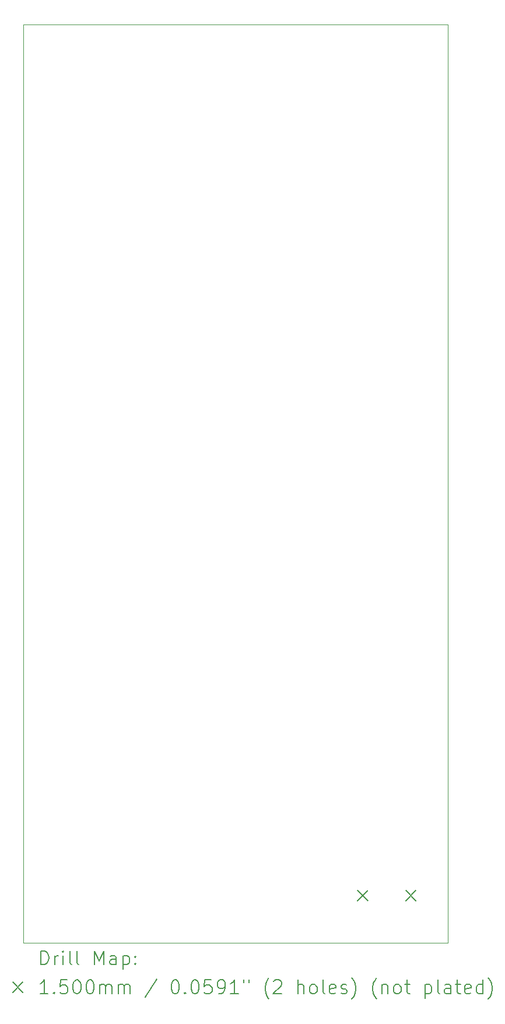
<source format=gbr>
%TF.GenerationSoftware,KiCad,Pcbnew,8.0.2*%
%TF.CreationDate,2024-06-25T08:47:24+02:00*%
%TF.ProjectId,Undroid,556e6472-6f69-4642-9e6b-696361645f70,rev?*%
%TF.SameCoordinates,Original*%
%TF.FileFunction,Drillmap*%
%TF.FilePolarity,Positive*%
%FSLAX45Y45*%
G04 Gerber Fmt 4.5, Leading zero omitted, Abs format (unit mm)*
G04 Created by KiCad (PCBNEW 8.0.2) date 2024-06-25 08:47:24*
%MOMM*%
%LPD*%
G01*
G04 APERTURE LIST*
%ADD10C,0.050000*%
%ADD11C,0.200000*%
%ADD12C,0.150000*%
G04 APERTURE END LIST*
D10*
X12500000Y-2880000D02*
X18670000Y-2880000D01*
X18670000Y-16200000D01*
X12500000Y-16200000D01*
X12500000Y-2880000D01*
D11*
D12*
X17355000Y-15435000D02*
X17505000Y-15585000D01*
X17505000Y-15435000D02*
X17355000Y-15585000D01*
X18055000Y-15435000D02*
X18205000Y-15585000D01*
X18205000Y-15435000D02*
X18055000Y-15585000D01*
D11*
X12758277Y-16513984D02*
X12758277Y-16313984D01*
X12758277Y-16313984D02*
X12805896Y-16313984D01*
X12805896Y-16313984D02*
X12834467Y-16323508D01*
X12834467Y-16323508D02*
X12853515Y-16342555D01*
X12853515Y-16342555D02*
X12863039Y-16361603D01*
X12863039Y-16361603D02*
X12872562Y-16399698D01*
X12872562Y-16399698D02*
X12872562Y-16428269D01*
X12872562Y-16428269D02*
X12863039Y-16466365D01*
X12863039Y-16466365D02*
X12853515Y-16485412D01*
X12853515Y-16485412D02*
X12834467Y-16504460D01*
X12834467Y-16504460D02*
X12805896Y-16513984D01*
X12805896Y-16513984D02*
X12758277Y-16513984D01*
X12958277Y-16513984D02*
X12958277Y-16380650D01*
X12958277Y-16418746D02*
X12967801Y-16399698D01*
X12967801Y-16399698D02*
X12977324Y-16390174D01*
X12977324Y-16390174D02*
X12996372Y-16380650D01*
X12996372Y-16380650D02*
X13015420Y-16380650D01*
X13082086Y-16513984D02*
X13082086Y-16380650D01*
X13082086Y-16313984D02*
X13072562Y-16323508D01*
X13072562Y-16323508D02*
X13082086Y-16333031D01*
X13082086Y-16333031D02*
X13091610Y-16323508D01*
X13091610Y-16323508D02*
X13082086Y-16313984D01*
X13082086Y-16313984D02*
X13082086Y-16333031D01*
X13205896Y-16513984D02*
X13186848Y-16504460D01*
X13186848Y-16504460D02*
X13177324Y-16485412D01*
X13177324Y-16485412D02*
X13177324Y-16313984D01*
X13310658Y-16513984D02*
X13291610Y-16504460D01*
X13291610Y-16504460D02*
X13282086Y-16485412D01*
X13282086Y-16485412D02*
X13282086Y-16313984D01*
X13539229Y-16513984D02*
X13539229Y-16313984D01*
X13539229Y-16313984D02*
X13605896Y-16456841D01*
X13605896Y-16456841D02*
X13672562Y-16313984D01*
X13672562Y-16313984D02*
X13672562Y-16513984D01*
X13853515Y-16513984D02*
X13853515Y-16409222D01*
X13853515Y-16409222D02*
X13843991Y-16390174D01*
X13843991Y-16390174D02*
X13824943Y-16380650D01*
X13824943Y-16380650D02*
X13786848Y-16380650D01*
X13786848Y-16380650D02*
X13767801Y-16390174D01*
X13853515Y-16504460D02*
X13834467Y-16513984D01*
X13834467Y-16513984D02*
X13786848Y-16513984D01*
X13786848Y-16513984D02*
X13767801Y-16504460D01*
X13767801Y-16504460D02*
X13758277Y-16485412D01*
X13758277Y-16485412D02*
X13758277Y-16466365D01*
X13758277Y-16466365D02*
X13767801Y-16447317D01*
X13767801Y-16447317D02*
X13786848Y-16437793D01*
X13786848Y-16437793D02*
X13834467Y-16437793D01*
X13834467Y-16437793D02*
X13853515Y-16428269D01*
X13948753Y-16380650D02*
X13948753Y-16580650D01*
X13948753Y-16390174D02*
X13967801Y-16380650D01*
X13967801Y-16380650D02*
X14005896Y-16380650D01*
X14005896Y-16380650D02*
X14024943Y-16390174D01*
X14024943Y-16390174D02*
X14034467Y-16399698D01*
X14034467Y-16399698D02*
X14043991Y-16418746D01*
X14043991Y-16418746D02*
X14043991Y-16475888D01*
X14043991Y-16475888D02*
X14034467Y-16494936D01*
X14034467Y-16494936D02*
X14024943Y-16504460D01*
X14024943Y-16504460D02*
X14005896Y-16513984D01*
X14005896Y-16513984D02*
X13967801Y-16513984D01*
X13967801Y-16513984D02*
X13948753Y-16504460D01*
X14129705Y-16494936D02*
X14139229Y-16504460D01*
X14139229Y-16504460D02*
X14129705Y-16513984D01*
X14129705Y-16513984D02*
X14120182Y-16504460D01*
X14120182Y-16504460D02*
X14129705Y-16494936D01*
X14129705Y-16494936D02*
X14129705Y-16513984D01*
X14129705Y-16390174D02*
X14139229Y-16399698D01*
X14139229Y-16399698D02*
X14129705Y-16409222D01*
X14129705Y-16409222D02*
X14120182Y-16399698D01*
X14120182Y-16399698D02*
X14129705Y-16390174D01*
X14129705Y-16390174D02*
X14129705Y-16409222D01*
D12*
X12347500Y-16767500D02*
X12497500Y-16917500D01*
X12497500Y-16767500D02*
X12347500Y-16917500D01*
D11*
X12863039Y-16933984D02*
X12748753Y-16933984D01*
X12805896Y-16933984D02*
X12805896Y-16733984D01*
X12805896Y-16733984D02*
X12786848Y-16762555D01*
X12786848Y-16762555D02*
X12767801Y-16781603D01*
X12767801Y-16781603D02*
X12748753Y-16791127D01*
X12948753Y-16914936D02*
X12958277Y-16924460D01*
X12958277Y-16924460D02*
X12948753Y-16933984D01*
X12948753Y-16933984D02*
X12939229Y-16924460D01*
X12939229Y-16924460D02*
X12948753Y-16914936D01*
X12948753Y-16914936D02*
X12948753Y-16933984D01*
X13139229Y-16733984D02*
X13043991Y-16733984D01*
X13043991Y-16733984D02*
X13034467Y-16829222D01*
X13034467Y-16829222D02*
X13043991Y-16819698D01*
X13043991Y-16819698D02*
X13063039Y-16810174D01*
X13063039Y-16810174D02*
X13110658Y-16810174D01*
X13110658Y-16810174D02*
X13129705Y-16819698D01*
X13129705Y-16819698D02*
X13139229Y-16829222D01*
X13139229Y-16829222D02*
X13148753Y-16848270D01*
X13148753Y-16848270D02*
X13148753Y-16895889D01*
X13148753Y-16895889D02*
X13139229Y-16914936D01*
X13139229Y-16914936D02*
X13129705Y-16924460D01*
X13129705Y-16924460D02*
X13110658Y-16933984D01*
X13110658Y-16933984D02*
X13063039Y-16933984D01*
X13063039Y-16933984D02*
X13043991Y-16924460D01*
X13043991Y-16924460D02*
X13034467Y-16914936D01*
X13272562Y-16733984D02*
X13291610Y-16733984D01*
X13291610Y-16733984D02*
X13310658Y-16743508D01*
X13310658Y-16743508D02*
X13320182Y-16753031D01*
X13320182Y-16753031D02*
X13329705Y-16772079D01*
X13329705Y-16772079D02*
X13339229Y-16810174D01*
X13339229Y-16810174D02*
X13339229Y-16857793D01*
X13339229Y-16857793D02*
X13329705Y-16895889D01*
X13329705Y-16895889D02*
X13320182Y-16914936D01*
X13320182Y-16914936D02*
X13310658Y-16924460D01*
X13310658Y-16924460D02*
X13291610Y-16933984D01*
X13291610Y-16933984D02*
X13272562Y-16933984D01*
X13272562Y-16933984D02*
X13253515Y-16924460D01*
X13253515Y-16924460D02*
X13243991Y-16914936D01*
X13243991Y-16914936D02*
X13234467Y-16895889D01*
X13234467Y-16895889D02*
X13224943Y-16857793D01*
X13224943Y-16857793D02*
X13224943Y-16810174D01*
X13224943Y-16810174D02*
X13234467Y-16772079D01*
X13234467Y-16772079D02*
X13243991Y-16753031D01*
X13243991Y-16753031D02*
X13253515Y-16743508D01*
X13253515Y-16743508D02*
X13272562Y-16733984D01*
X13463039Y-16733984D02*
X13482086Y-16733984D01*
X13482086Y-16733984D02*
X13501134Y-16743508D01*
X13501134Y-16743508D02*
X13510658Y-16753031D01*
X13510658Y-16753031D02*
X13520182Y-16772079D01*
X13520182Y-16772079D02*
X13529705Y-16810174D01*
X13529705Y-16810174D02*
X13529705Y-16857793D01*
X13529705Y-16857793D02*
X13520182Y-16895889D01*
X13520182Y-16895889D02*
X13510658Y-16914936D01*
X13510658Y-16914936D02*
X13501134Y-16924460D01*
X13501134Y-16924460D02*
X13482086Y-16933984D01*
X13482086Y-16933984D02*
X13463039Y-16933984D01*
X13463039Y-16933984D02*
X13443991Y-16924460D01*
X13443991Y-16924460D02*
X13434467Y-16914936D01*
X13434467Y-16914936D02*
X13424943Y-16895889D01*
X13424943Y-16895889D02*
X13415420Y-16857793D01*
X13415420Y-16857793D02*
X13415420Y-16810174D01*
X13415420Y-16810174D02*
X13424943Y-16772079D01*
X13424943Y-16772079D02*
X13434467Y-16753031D01*
X13434467Y-16753031D02*
X13443991Y-16743508D01*
X13443991Y-16743508D02*
X13463039Y-16733984D01*
X13615420Y-16933984D02*
X13615420Y-16800650D01*
X13615420Y-16819698D02*
X13624943Y-16810174D01*
X13624943Y-16810174D02*
X13643991Y-16800650D01*
X13643991Y-16800650D02*
X13672563Y-16800650D01*
X13672563Y-16800650D02*
X13691610Y-16810174D01*
X13691610Y-16810174D02*
X13701134Y-16829222D01*
X13701134Y-16829222D02*
X13701134Y-16933984D01*
X13701134Y-16829222D02*
X13710658Y-16810174D01*
X13710658Y-16810174D02*
X13729705Y-16800650D01*
X13729705Y-16800650D02*
X13758277Y-16800650D01*
X13758277Y-16800650D02*
X13777324Y-16810174D01*
X13777324Y-16810174D02*
X13786848Y-16829222D01*
X13786848Y-16829222D02*
X13786848Y-16933984D01*
X13882086Y-16933984D02*
X13882086Y-16800650D01*
X13882086Y-16819698D02*
X13891610Y-16810174D01*
X13891610Y-16810174D02*
X13910658Y-16800650D01*
X13910658Y-16800650D02*
X13939229Y-16800650D01*
X13939229Y-16800650D02*
X13958277Y-16810174D01*
X13958277Y-16810174D02*
X13967801Y-16829222D01*
X13967801Y-16829222D02*
X13967801Y-16933984D01*
X13967801Y-16829222D02*
X13977324Y-16810174D01*
X13977324Y-16810174D02*
X13996372Y-16800650D01*
X13996372Y-16800650D02*
X14024943Y-16800650D01*
X14024943Y-16800650D02*
X14043991Y-16810174D01*
X14043991Y-16810174D02*
X14053515Y-16829222D01*
X14053515Y-16829222D02*
X14053515Y-16933984D01*
X14443991Y-16724460D02*
X14272563Y-16981603D01*
X14701134Y-16733984D02*
X14720182Y-16733984D01*
X14720182Y-16733984D02*
X14739229Y-16743508D01*
X14739229Y-16743508D02*
X14748753Y-16753031D01*
X14748753Y-16753031D02*
X14758277Y-16772079D01*
X14758277Y-16772079D02*
X14767801Y-16810174D01*
X14767801Y-16810174D02*
X14767801Y-16857793D01*
X14767801Y-16857793D02*
X14758277Y-16895889D01*
X14758277Y-16895889D02*
X14748753Y-16914936D01*
X14748753Y-16914936D02*
X14739229Y-16924460D01*
X14739229Y-16924460D02*
X14720182Y-16933984D01*
X14720182Y-16933984D02*
X14701134Y-16933984D01*
X14701134Y-16933984D02*
X14682086Y-16924460D01*
X14682086Y-16924460D02*
X14672563Y-16914936D01*
X14672563Y-16914936D02*
X14663039Y-16895889D01*
X14663039Y-16895889D02*
X14653515Y-16857793D01*
X14653515Y-16857793D02*
X14653515Y-16810174D01*
X14653515Y-16810174D02*
X14663039Y-16772079D01*
X14663039Y-16772079D02*
X14672563Y-16753031D01*
X14672563Y-16753031D02*
X14682086Y-16743508D01*
X14682086Y-16743508D02*
X14701134Y-16733984D01*
X14853515Y-16914936D02*
X14863039Y-16924460D01*
X14863039Y-16924460D02*
X14853515Y-16933984D01*
X14853515Y-16933984D02*
X14843991Y-16924460D01*
X14843991Y-16924460D02*
X14853515Y-16914936D01*
X14853515Y-16914936D02*
X14853515Y-16933984D01*
X14986848Y-16733984D02*
X15005896Y-16733984D01*
X15005896Y-16733984D02*
X15024944Y-16743508D01*
X15024944Y-16743508D02*
X15034467Y-16753031D01*
X15034467Y-16753031D02*
X15043991Y-16772079D01*
X15043991Y-16772079D02*
X15053515Y-16810174D01*
X15053515Y-16810174D02*
X15053515Y-16857793D01*
X15053515Y-16857793D02*
X15043991Y-16895889D01*
X15043991Y-16895889D02*
X15034467Y-16914936D01*
X15034467Y-16914936D02*
X15024944Y-16924460D01*
X15024944Y-16924460D02*
X15005896Y-16933984D01*
X15005896Y-16933984D02*
X14986848Y-16933984D01*
X14986848Y-16933984D02*
X14967801Y-16924460D01*
X14967801Y-16924460D02*
X14958277Y-16914936D01*
X14958277Y-16914936D02*
X14948753Y-16895889D01*
X14948753Y-16895889D02*
X14939229Y-16857793D01*
X14939229Y-16857793D02*
X14939229Y-16810174D01*
X14939229Y-16810174D02*
X14948753Y-16772079D01*
X14948753Y-16772079D02*
X14958277Y-16753031D01*
X14958277Y-16753031D02*
X14967801Y-16743508D01*
X14967801Y-16743508D02*
X14986848Y-16733984D01*
X15234467Y-16733984D02*
X15139229Y-16733984D01*
X15139229Y-16733984D02*
X15129706Y-16829222D01*
X15129706Y-16829222D02*
X15139229Y-16819698D01*
X15139229Y-16819698D02*
X15158277Y-16810174D01*
X15158277Y-16810174D02*
X15205896Y-16810174D01*
X15205896Y-16810174D02*
X15224944Y-16819698D01*
X15224944Y-16819698D02*
X15234467Y-16829222D01*
X15234467Y-16829222D02*
X15243991Y-16848270D01*
X15243991Y-16848270D02*
X15243991Y-16895889D01*
X15243991Y-16895889D02*
X15234467Y-16914936D01*
X15234467Y-16914936D02*
X15224944Y-16924460D01*
X15224944Y-16924460D02*
X15205896Y-16933984D01*
X15205896Y-16933984D02*
X15158277Y-16933984D01*
X15158277Y-16933984D02*
X15139229Y-16924460D01*
X15139229Y-16924460D02*
X15129706Y-16914936D01*
X15339229Y-16933984D02*
X15377325Y-16933984D01*
X15377325Y-16933984D02*
X15396372Y-16924460D01*
X15396372Y-16924460D02*
X15405896Y-16914936D01*
X15405896Y-16914936D02*
X15424944Y-16886365D01*
X15424944Y-16886365D02*
X15434467Y-16848270D01*
X15434467Y-16848270D02*
X15434467Y-16772079D01*
X15434467Y-16772079D02*
X15424944Y-16753031D01*
X15424944Y-16753031D02*
X15415420Y-16743508D01*
X15415420Y-16743508D02*
X15396372Y-16733984D01*
X15396372Y-16733984D02*
X15358277Y-16733984D01*
X15358277Y-16733984D02*
X15339229Y-16743508D01*
X15339229Y-16743508D02*
X15329706Y-16753031D01*
X15329706Y-16753031D02*
X15320182Y-16772079D01*
X15320182Y-16772079D02*
X15320182Y-16819698D01*
X15320182Y-16819698D02*
X15329706Y-16838746D01*
X15329706Y-16838746D02*
X15339229Y-16848270D01*
X15339229Y-16848270D02*
X15358277Y-16857793D01*
X15358277Y-16857793D02*
X15396372Y-16857793D01*
X15396372Y-16857793D02*
X15415420Y-16848270D01*
X15415420Y-16848270D02*
X15424944Y-16838746D01*
X15424944Y-16838746D02*
X15434467Y-16819698D01*
X15624944Y-16933984D02*
X15510658Y-16933984D01*
X15567801Y-16933984D02*
X15567801Y-16733984D01*
X15567801Y-16733984D02*
X15548753Y-16762555D01*
X15548753Y-16762555D02*
X15529706Y-16781603D01*
X15529706Y-16781603D02*
X15510658Y-16791127D01*
X15701134Y-16733984D02*
X15701134Y-16772079D01*
X15777325Y-16733984D02*
X15777325Y-16772079D01*
X16072563Y-17010174D02*
X16063039Y-17000650D01*
X16063039Y-17000650D02*
X16043991Y-16972079D01*
X16043991Y-16972079D02*
X16034468Y-16953031D01*
X16034468Y-16953031D02*
X16024944Y-16924460D01*
X16024944Y-16924460D02*
X16015420Y-16876841D01*
X16015420Y-16876841D02*
X16015420Y-16838746D01*
X16015420Y-16838746D02*
X16024944Y-16791127D01*
X16024944Y-16791127D02*
X16034468Y-16762555D01*
X16034468Y-16762555D02*
X16043991Y-16743508D01*
X16043991Y-16743508D02*
X16063039Y-16714936D01*
X16063039Y-16714936D02*
X16072563Y-16705412D01*
X16139229Y-16753031D02*
X16148753Y-16743508D01*
X16148753Y-16743508D02*
X16167801Y-16733984D01*
X16167801Y-16733984D02*
X16215420Y-16733984D01*
X16215420Y-16733984D02*
X16234468Y-16743508D01*
X16234468Y-16743508D02*
X16243991Y-16753031D01*
X16243991Y-16753031D02*
X16253515Y-16772079D01*
X16253515Y-16772079D02*
X16253515Y-16791127D01*
X16253515Y-16791127D02*
X16243991Y-16819698D01*
X16243991Y-16819698D02*
X16129706Y-16933984D01*
X16129706Y-16933984D02*
X16253515Y-16933984D01*
X16491610Y-16933984D02*
X16491610Y-16733984D01*
X16577325Y-16933984D02*
X16577325Y-16829222D01*
X16577325Y-16829222D02*
X16567801Y-16810174D01*
X16567801Y-16810174D02*
X16548753Y-16800650D01*
X16548753Y-16800650D02*
X16520182Y-16800650D01*
X16520182Y-16800650D02*
X16501134Y-16810174D01*
X16501134Y-16810174D02*
X16491610Y-16819698D01*
X16701134Y-16933984D02*
X16682087Y-16924460D01*
X16682087Y-16924460D02*
X16672563Y-16914936D01*
X16672563Y-16914936D02*
X16663039Y-16895889D01*
X16663039Y-16895889D02*
X16663039Y-16838746D01*
X16663039Y-16838746D02*
X16672563Y-16819698D01*
X16672563Y-16819698D02*
X16682087Y-16810174D01*
X16682087Y-16810174D02*
X16701134Y-16800650D01*
X16701134Y-16800650D02*
X16729706Y-16800650D01*
X16729706Y-16800650D02*
X16748753Y-16810174D01*
X16748753Y-16810174D02*
X16758277Y-16819698D01*
X16758277Y-16819698D02*
X16767801Y-16838746D01*
X16767801Y-16838746D02*
X16767801Y-16895889D01*
X16767801Y-16895889D02*
X16758277Y-16914936D01*
X16758277Y-16914936D02*
X16748753Y-16924460D01*
X16748753Y-16924460D02*
X16729706Y-16933984D01*
X16729706Y-16933984D02*
X16701134Y-16933984D01*
X16882087Y-16933984D02*
X16863039Y-16924460D01*
X16863039Y-16924460D02*
X16853515Y-16905412D01*
X16853515Y-16905412D02*
X16853515Y-16733984D01*
X17034468Y-16924460D02*
X17015420Y-16933984D01*
X17015420Y-16933984D02*
X16977325Y-16933984D01*
X16977325Y-16933984D02*
X16958277Y-16924460D01*
X16958277Y-16924460D02*
X16948753Y-16905412D01*
X16948753Y-16905412D02*
X16948753Y-16829222D01*
X16948753Y-16829222D02*
X16958277Y-16810174D01*
X16958277Y-16810174D02*
X16977325Y-16800650D01*
X16977325Y-16800650D02*
X17015420Y-16800650D01*
X17015420Y-16800650D02*
X17034468Y-16810174D01*
X17034468Y-16810174D02*
X17043992Y-16829222D01*
X17043992Y-16829222D02*
X17043992Y-16848270D01*
X17043992Y-16848270D02*
X16948753Y-16867317D01*
X17120182Y-16924460D02*
X17139230Y-16933984D01*
X17139230Y-16933984D02*
X17177325Y-16933984D01*
X17177325Y-16933984D02*
X17196373Y-16924460D01*
X17196373Y-16924460D02*
X17205896Y-16905412D01*
X17205896Y-16905412D02*
X17205896Y-16895889D01*
X17205896Y-16895889D02*
X17196373Y-16876841D01*
X17196373Y-16876841D02*
X17177325Y-16867317D01*
X17177325Y-16867317D02*
X17148753Y-16867317D01*
X17148753Y-16867317D02*
X17129706Y-16857793D01*
X17129706Y-16857793D02*
X17120182Y-16838746D01*
X17120182Y-16838746D02*
X17120182Y-16829222D01*
X17120182Y-16829222D02*
X17129706Y-16810174D01*
X17129706Y-16810174D02*
X17148753Y-16800650D01*
X17148753Y-16800650D02*
X17177325Y-16800650D01*
X17177325Y-16800650D02*
X17196373Y-16810174D01*
X17272563Y-17010174D02*
X17282087Y-17000650D01*
X17282087Y-17000650D02*
X17301134Y-16972079D01*
X17301134Y-16972079D02*
X17310658Y-16953031D01*
X17310658Y-16953031D02*
X17320182Y-16924460D01*
X17320182Y-16924460D02*
X17329706Y-16876841D01*
X17329706Y-16876841D02*
X17329706Y-16838746D01*
X17329706Y-16838746D02*
X17320182Y-16791127D01*
X17320182Y-16791127D02*
X17310658Y-16762555D01*
X17310658Y-16762555D02*
X17301134Y-16743508D01*
X17301134Y-16743508D02*
X17282087Y-16714936D01*
X17282087Y-16714936D02*
X17272563Y-16705412D01*
X17634468Y-17010174D02*
X17624944Y-17000650D01*
X17624944Y-17000650D02*
X17605896Y-16972079D01*
X17605896Y-16972079D02*
X17596373Y-16953031D01*
X17596373Y-16953031D02*
X17586849Y-16924460D01*
X17586849Y-16924460D02*
X17577325Y-16876841D01*
X17577325Y-16876841D02*
X17577325Y-16838746D01*
X17577325Y-16838746D02*
X17586849Y-16791127D01*
X17586849Y-16791127D02*
X17596373Y-16762555D01*
X17596373Y-16762555D02*
X17605896Y-16743508D01*
X17605896Y-16743508D02*
X17624944Y-16714936D01*
X17624944Y-16714936D02*
X17634468Y-16705412D01*
X17710658Y-16800650D02*
X17710658Y-16933984D01*
X17710658Y-16819698D02*
X17720182Y-16810174D01*
X17720182Y-16810174D02*
X17739230Y-16800650D01*
X17739230Y-16800650D02*
X17767801Y-16800650D01*
X17767801Y-16800650D02*
X17786849Y-16810174D01*
X17786849Y-16810174D02*
X17796373Y-16829222D01*
X17796373Y-16829222D02*
X17796373Y-16933984D01*
X17920182Y-16933984D02*
X17901134Y-16924460D01*
X17901134Y-16924460D02*
X17891611Y-16914936D01*
X17891611Y-16914936D02*
X17882087Y-16895889D01*
X17882087Y-16895889D02*
X17882087Y-16838746D01*
X17882087Y-16838746D02*
X17891611Y-16819698D01*
X17891611Y-16819698D02*
X17901134Y-16810174D01*
X17901134Y-16810174D02*
X17920182Y-16800650D01*
X17920182Y-16800650D02*
X17948754Y-16800650D01*
X17948754Y-16800650D02*
X17967801Y-16810174D01*
X17967801Y-16810174D02*
X17977325Y-16819698D01*
X17977325Y-16819698D02*
X17986849Y-16838746D01*
X17986849Y-16838746D02*
X17986849Y-16895889D01*
X17986849Y-16895889D02*
X17977325Y-16914936D01*
X17977325Y-16914936D02*
X17967801Y-16924460D01*
X17967801Y-16924460D02*
X17948754Y-16933984D01*
X17948754Y-16933984D02*
X17920182Y-16933984D01*
X18043992Y-16800650D02*
X18120182Y-16800650D01*
X18072563Y-16733984D02*
X18072563Y-16905412D01*
X18072563Y-16905412D02*
X18082087Y-16924460D01*
X18082087Y-16924460D02*
X18101134Y-16933984D01*
X18101134Y-16933984D02*
X18120182Y-16933984D01*
X18339230Y-16800650D02*
X18339230Y-17000650D01*
X18339230Y-16810174D02*
X18358277Y-16800650D01*
X18358277Y-16800650D02*
X18396373Y-16800650D01*
X18396373Y-16800650D02*
X18415420Y-16810174D01*
X18415420Y-16810174D02*
X18424944Y-16819698D01*
X18424944Y-16819698D02*
X18434468Y-16838746D01*
X18434468Y-16838746D02*
X18434468Y-16895889D01*
X18434468Y-16895889D02*
X18424944Y-16914936D01*
X18424944Y-16914936D02*
X18415420Y-16924460D01*
X18415420Y-16924460D02*
X18396373Y-16933984D01*
X18396373Y-16933984D02*
X18358277Y-16933984D01*
X18358277Y-16933984D02*
X18339230Y-16924460D01*
X18548754Y-16933984D02*
X18529706Y-16924460D01*
X18529706Y-16924460D02*
X18520182Y-16905412D01*
X18520182Y-16905412D02*
X18520182Y-16733984D01*
X18710658Y-16933984D02*
X18710658Y-16829222D01*
X18710658Y-16829222D02*
X18701135Y-16810174D01*
X18701135Y-16810174D02*
X18682087Y-16800650D01*
X18682087Y-16800650D02*
X18643992Y-16800650D01*
X18643992Y-16800650D02*
X18624944Y-16810174D01*
X18710658Y-16924460D02*
X18691611Y-16933984D01*
X18691611Y-16933984D02*
X18643992Y-16933984D01*
X18643992Y-16933984D02*
X18624944Y-16924460D01*
X18624944Y-16924460D02*
X18615420Y-16905412D01*
X18615420Y-16905412D02*
X18615420Y-16886365D01*
X18615420Y-16886365D02*
X18624944Y-16867317D01*
X18624944Y-16867317D02*
X18643992Y-16857793D01*
X18643992Y-16857793D02*
X18691611Y-16857793D01*
X18691611Y-16857793D02*
X18710658Y-16848270D01*
X18777325Y-16800650D02*
X18853515Y-16800650D01*
X18805896Y-16733984D02*
X18805896Y-16905412D01*
X18805896Y-16905412D02*
X18815420Y-16924460D01*
X18815420Y-16924460D02*
X18834468Y-16933984D01*
X18834468Y-16933984D02*
X18853515Y-16933984D01*
X18996373Y-16924460D02*
X18977325Y-16933984D01*
X18977325Y-16933984D02*
X18939230Y-16933984D01*
X18939230Y-16933984D02*
X18920182Y-16924460D01*
X18920182Y-16924460D02*
X18910658Y-16905412D01*
X18910658Y-16905412D02*
X18910658Y-16829222D01*
X18910658Y-16829222D02*
X18920182Y-16810174D01*
X18920182Y-16810174D02*
X18939230Y-16800650D01*
X18939230Y-16800650D02*
X18977325Y-16800650D01*
X18977325Y-16800650D02*
X18996373Y-16810174D01*
X18996373Y-16810174D02*
X19005896Y-16829222D01*
X19005896Y-16829222D02*
X19005896Y-16848270D01*
X19005896Y-16848270D02*
X18910658Y-16867317D01*
X19177325Y-16933984D02*
X19177325Y-16733984D01*
X19177325Y-16924460D02*
X19158277Y-16933984D01*
X19158277Y-16933984D02*
X19120182Y-16933984D01*
X19120182Y-16933984D02*
X19101135Y-16924460D01*
X19101135Y-16924460D02*
X19091611Y-16914936D01*
X19091611Y-16914936D02*
X19082087Y-16895889D01*
X19082087Y-16895889D02*
X19082087Y-16838746D01*
X19082087Y-16838746D02*
X19091611Y-16819698D01*
X19091611Y-16819698D02*
X19101135Y-16810174D01*
X19101135Y-16810174D02*
X19120182Y-16800650D01*
X19120182Y-16800650D02*
X19158277Y-16800650D01*
X19158277Y-16800650D02*
X19177325Y-16810174D01*
X19253516Y-17010174D02*
X19263039Y-17000650D01*
X19263039Y-17000650D02*
X19282087Y-16972079D01*
X19282087Y-16972079D02*
X19291611Y-16953031D01*
X19291611Y-16953031D02*
X19301135Y-16924460D01*
X19301135Y-16924460D02*
X19310658Y-16876841D01*
X19310658Y-16876841D02*
X19310658Y-16838746D01*
X19310658Y-16838746D02*
X19301135Y-16791127D01*
X19301135Y-16791127D02*
X19291611Y-16762555D01*
X19291611Y-16762555D02*
X19282087Y-16743508D01*
X19282087Y-16743508D02*
X19263039Y-16714936D01*
X19263039Y-16714936D02*
X19253516Y-16705412D01*
M02*

</source>
